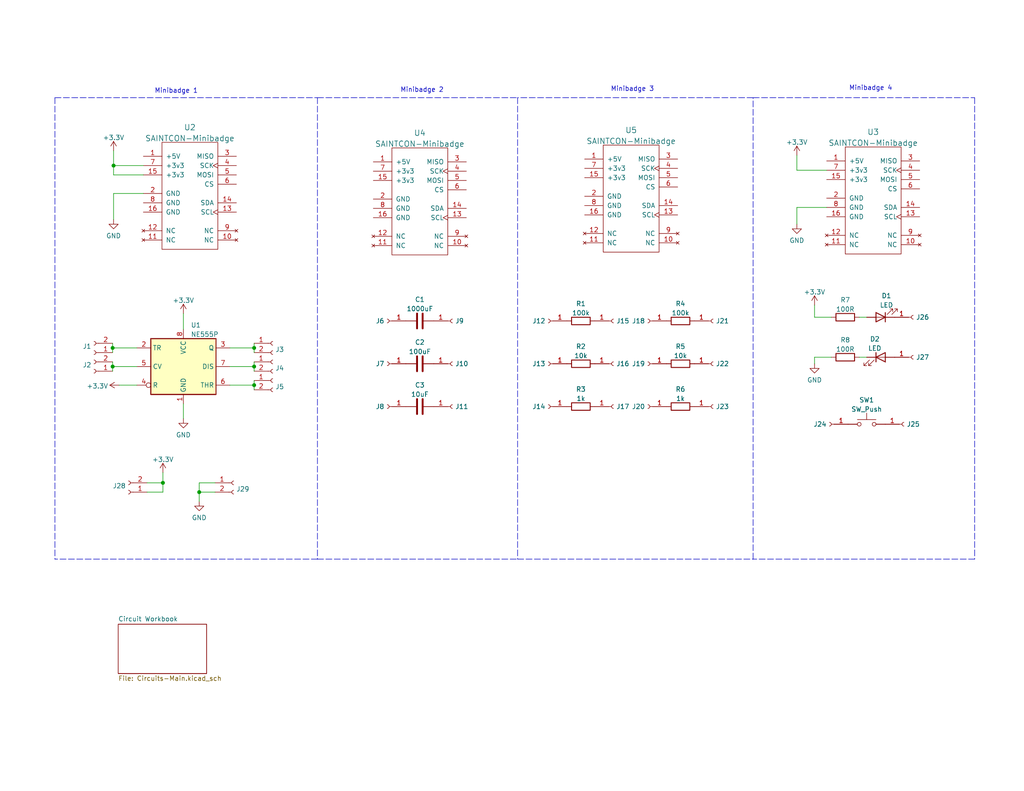
<source format=kicad_sch>
(kicad_sch (version 20211123) (generator eeschema)
  (paper "USLetter")
  (title_block (title "SAINTCON HHC MiniBadges 2022") (date "2022-09-26") (rev "v1.0") (company "@hamster"))
  (lib_symbols
    (symbol "Connector:Conn_01x01_Female" (pin_names (offset 1.016) hide)
      (property "Reference" "J" (at 0 2.54 0))
      (property "Value" "Conn_01x01_Female" (at 0 -2.54 0))
      (symbol "Conn_01x01_Female_1_1"
        (polyline (pts (xy -1.27 0) (xy -0.508 0)) (stroke (width 0.1524)))
        (arc (start 0 0.508) (mid -0.508 0) (end 0 -0.508) (stroke (width 0.1524)))
        (pin passive line (at -5.08 0 0) (length 3.81) (name "Pin_1") (number "1"))
      )
    )
    (symbol "Connector:Conn_01x02_Female" (pin_names (offset 1.016) hide)
      (property "Reference" "J" (at 0 2.54 0))
      (property "Value" "Conn_01x02_Female" (at 0 -5.08 0))
      (symbol "Conn_01x02_Female_1_1"
        (arc (start 0 -2.032) (mid -0.508 -2.54) (end 0 -3.048) (stroke (width 0.1524)))
        (polyline (pts (xy -1.27 -2.54) (xy -0.508 -2.54)) (stroke (width 0.1524)))
        (polyline (pts (xy -1.27 0) (xy -0.508 0)) (stroke (width 0.1524)))
        (arc (start 0 0.508) (mid -0.508 0) (end 0 -0.508) (stroke (width 0.1524)))
        (pin passive line (at -5.08 0 0) (length 3.81) (name "Pin_1") (number "1"))
        (pin passive line (at -5.08 -2.54 0) (length 3.81) (name "Pin_2") (number "2"))
      )
    )
    (symbol "Device:C" (pin_numbers hide) (pin_names (offset 0.254))
      (property "Reference" "C" (at 0.635 2.54 0))
      (property "Value" "C" (at 0.635 -2.54 0))
      (symbol "C_0_1"
        (polyline (pts (xy -2.032 -0.762) (xy 2.032 -0.762)) (stroke (width 0.508)))
        (polyline (pts (xy -2.032 0.762) (xy 2.032 0.762)) (stroke (width 0.508)))
      )
      (symbol "C_1_1"
        (pin passive line (at 0 3.81 270) (length 2.794) (name "~") (number "1"))
        (pin passive line (at 0 -3.81 90) (length 2.794) (name "~") (number "2"))
      )
    )
    (symbol "Device:LED" (pin_numbers hide) (pin_names (offset 1.016) hide)
      (property "Reference" "D" (at 0 2.54 0))
      (property "Value" "LED" (at 0 -2.54 0))
      (symbol "LED_0_1"
        (polyline (pts (xy -1.27 -1.27) (xy -1.27 1.27)) (stroke (width 0.254)))
        (polyline (pts (xy -1.27 0) (xy 1.27 0)))
        (polyline (pts (xy 1.27 -1.27) (xy 1.27 1.27) (xy -1.27 0) (xy 1.27 -1.27)) (stroke (width 0.254)))
        (polyline (pts (xy -3.048 -0.762) (xy -4.572 -2.286) (xy -3.81 -2.286) (xy -4.572 -2.286) (xy -4.572 -1.524)))
        (polyline (pts (xy -1.778 -0.762) (xy -3.302 -2.286) (xy -2.54 -2.286) (xy -3.302 -2.286) (xy -3.302 -1.524)))
      )
      (symbol "LED_1_1"
        (pin passive line (at -3.81 0 0) (length 2.54) (name "K") (number "1"))
        (pin passive line (at 3.81 0 180) (length 2.54) (name "A") (number "2"))
      )
    )
    (symbol "Device:R" (pin_numbers hide) (pin_names (offset 0))
      (property "Reference" "R" (at 2.032 0 90))
      (property "Value" "R" (at 0 0 90))
      (symbol "R_0_1"
        (rectangle (start -1.016 -2.54) (end 1.016 2.54) (stroke (width 0.254)))
      )
      (symbol "R_1_1"
        (pin passive line (at 0 3.81 270) (length 1.27) (name "~") (number "1"))
        (pin passive line (at 0 -3.81 90) (length 1.27) (name "~") (number "2"))
      )
    )
    (symbol "Switch:SW_Push" (pin_numbers hide) (pin_names (offset 1.016) hide)
      (property "Reference" "SW" (at 1.27 2.54 0))
      (property "Value" "SW_Push" (at 0 -1.524 0))
      (symbol "SW_Push_0_1"
        (circle (center -2.032 0) (radius 0.508))
        (polyline (pts (xy 0 1.27) (xy 0 3.048)))
        (polyline (pts (xy 2.54 1.27) (xy -2.54 1.27)))
        (circle (center 2.032 0) (radius 0.508))
        (pin passive line (at -5.08 0 0) (length 2.54) (name "1") (number "1"))
        (pin passive line (at 5.08 0 180) (length 2.54) (name "2") (number "2"))
      )
    )
    (symbol "Timer:NE555P"
      (property "Reference" "U" (at -10.16 8.89 0))
      (property "Value" "NE555P" (at 2.54 8.89 0))
      (symbol "NE555P_0_0"
        (pin power_in line (at 0 -10.16 90) (length 2.54) (name "GND") (number "1"))
        (pin power_in line (at 0 10.16 270) (length 2.54) (name "VCC") (number "8"))
      )
      (symbol "NE555P_0_1"
        (rectangle (start -8.89 -7.62) (end 8.89 7.62) (stroke (width 0.254)) (fill (type background)))
        (rectangle (start -8.89 -7.62) (end 8.89 7.62) (stroke (width 0.254)) (fill (type background)))
      )
      (symbol "NE555P_1_1"
        (pin input line (at -12.7 5.08 0) (length 3.81) (name "TR") (number "2"))
        (pin output line (at 12.7 5.08 180) (length 3.81) (name "Q") (number "3"))
        (pin input inverted (at -12.7 -5.08 0) (length 3.81) (name "R") (number "4"))
        (pin input line (at -12.7 0 0) (length 3.81) (name "CV") (number "5"))
        (pin input line (at 12.7 -5.08 180) (length 3.81) (name "THR") (number "6"))
        (pin input line (at 12.7 0 180) (length 3.81) (name "DIS") (number "7"))
      )
    )
    (symbol "power:+3.3V" (power) (pin_names (offset 0))
      (property "Value" "+3.3V" (at 0 3.556 0))
      (symbol "+3.3V_0_1"
        (polyline (pts (xy -0.762 1.27) (xy 0 2.54)))
        (polyline (pts (xy 0 0) (xy 0 2.54)))
        (polyline (pts (xy 0 2.54) (xy 0.762 1.27)))
      )
      (symbol "+3.3V_1_1"
        (pin power_in line (at 0 0 90) (length 0) hide (name "+3.3V") (number "1"))
      )
    )
    (symbol "power:GND" (power) (pin_names (offset 0))
      (property "Value" "GND" (at 0 -3.81 0))
      (symbol "GND_0_1"
        (polyline (pts (xy 0 0) (xy 0 -1.27) (xy 1.27 -1.27) (xy 0 -2.54) (xy -1.27 -1.27) (xy 0 -1.27)))
      )
      (symbol "GND_1_1"
        (pin power_in line (at 0 0 270) (length 0) hide (name "GND") (number "1"))
      )
    )
    (symbol "saintcon-minibadge:SAINTCON-Minibadge" (pin_names (offset 1.016))
      (property "Reference" "U" (at -6.35 11.43 0))
      (property "Value" "SAINTCON-Minibadge" (at 1.27 -20.32 0))
      (symbol "SAINTCON-Minibadge_0_1"
        (rectangle (start -7.62 10.16) (end 7.62 -19.05))
      )
      (symbol "SAINTCON-Minibadge_1_1"
        (pin power_in line (at -12.7 6.35 0) (length 5.08) (name "+5V") (number "1"))
        (pin no_connect line (at 12.7 -16.51 180) (length 5.08) (name "NC") (number "10"))
        (pin no_connect line (at -12.7 -16.51 0) (length 5.08) (name "NC") (number "11"))
        (pin no_connect line (at -12.7 -13.97 0) (length 5.08) (name "NC") (number "12"))
        (pin input clock (at 12.7 -8.89 180) (length 5.08) (name "SCL") (number "13"))
        (pin bidirectional line (at 12.7 -6.35 180) (length 5.08) (name "SDA") (number "14"))
        (pin power_in line (at -12.7 1.27 0) (length 5.08) (name "+3v3") (number "15"))
        (pin power_in line (at -12.7 -8.89 0) (length 5.08) (name "GND") (number "16"))
        (pin power_in line (at -12.7 -3.81 0) (length 5.08) (name "GND") (number "2"))
        (pin output line (at 12.7 6.35 180) (length 5.08) (name "MISO") (number "3"))
        (pin input clock (at 12.7 3.81 180) (length 5.08) (name "SCK") (number "4"))
        (pin input line (at 12.7 1.27 180) (length 5.08) (name "MOSI") (number "5"))
        (pin input line (at 12.7 -1.27 180) (length 5.08) (name "CS") (number "6"))
        (pin power_in line (at -12.7 3.81 0) (length 5.08) (name "+3v3") (number "7"))
        (pin power_in line (at -12.7 -6.35 0) (length 5.08) (name "GND") (number "8"))
        (pin no_connect line (at 12.7 -13.97 180) (length 5.08) (name "NC") (number "9"))
      )
    )
  )
  (junction (at 69.342 100.076))
  (junction (at 44.45 131.826))
  (junction (at 69.342 94.996))
  (junction (at 30.734 94.996))
  (junction (at 30.988 45.212))
  (junction (at 54.356 134.366))
  (junction (at 69.342 105.156))
  (junction (at 30.734 100.076))
  (wire (pts (xy 30.988 47.752) (xy 30.988 45.212)))
  (wire (pts (xy 30.988 52.832) (xy 30.988 59.944)))
  (wire (pts (xy 225.552 56.642) (xy 217.424 56.642)))
  (wire (pts (xy 30.734 94.996) (xy 30.734 93.726)))
  (polyline (pts (xy 14.986 26.67) (xy 14.986 152.654)))
  (polyline (pts (xy 265.938 26.67) (xy 265.938 152.654)))
  (wire (pts (xy 69.342 100.076) (xy 69.342 98.806)))
  (wire (pts (xy 30.988 45.212) (xy 39.116 45.212)))
  (wire (pts (xy 39.116 52.832) (xy 30.988 52.832)))
  (polyline (pts (xy 205.486 26.67) (xy 265.938 26.67)))
  (wire (pts (xy 30.734 100.076) (xy 30.734 101.346)))
  (wire (pts (xy 37.338 94.996) (xy 30.734 94.996)))
  (polyline (pts (xy 86.614 26.67) (xy 86.614 152.654)))
  (wire (pts (xy 54.356 134.366) (xy 58.674 134.366)))
  (wire (pts (xy 69.342 94.996) (xy 69.342 96.266)))
  (wire (pts (xy 39.116 47.752) (xy 30.988 47.752)))
  (wire (pts (xy 217.424 46.482) (xy 225.552 46.482)))
  (polyline (pts (xy 86.614 152.654) (xy 14.986 152.654)))
  (wire (pts (xy 234.442 97.536) (xy 236.474 97.536)))
  (polyline (pts (xy 265.938 152.654) (xy 205.486 152.654)))
  (polyline (pts (xy 14.986 26.67) (xy 86.614 26.67)))
  (wire (pts (xy 44.45 134.366) (xy 44.45 131.826)))
  (wire (pts (xy 69.342 105.156) (xy 69.342 106.426)))
  (wire (pts (xy 37.338 100.076) (xy 30.734 100.076)))
  (wire (pts (xy 54.356 134.366) (xy 54.356 136.906)))
  (wire (pts (xy 62.738 94.996) (xy 69.342 94.996)))
  (wire (pts (xy 234.442 86.614) (xy 236.474 86.614)))
  (wire (pts (xy 44.45 131.826) (xy 44.45 129.032)))
  (polyline (pts (xy 141.224 26.67) (xy 141.224 152.654)))
  (polyline (pts (xy 205.486 152.654) (xy 205.486 26.67)))
  (polyline (pts (xy 141.224 152.654) (xy 205.486 152.654)))
  (polyline (pts (xy 205.486 26.67) (xy 141.224 26.67)))
  (wire (pts (xy 40.132 134.366) (xy 44.45 134.366)))
  (wire (pts (xy 50.038 110.236) (xy 50.038 114.3)))
  (wire (pts (xy 32.512 105.156) (xy 37.338 105.156)))
  (wire (pts (xy 40.132 131.826) (xy 44.45 131.826)))
  (wire (pts (xy 69.342 100.076) (xy 69.342 101.346)))
  (polyline (pts (xy 86.614 26.67) (xy 141.224 26.67)))
  (wire (pts (xy 69.342 105.156) (xy 69.342 103.886)))
  (wire (pts (xy 62.738 105.156) (xy 69.342 105.156)))
  (wire (pts (xy 58.674 131.826) (xy 54.356 131.826)))
  (polyline (pts (xy 86.614 152.654) (xy 141.224 152.654)))
  (wire (pts (xy 50.038 85.598) (xy 50.038 89.916)))
  (wire (pts (xy 62.738 100.076) (xy 69.342 100.076)))
  (wire (pts (xy 226.822 86.614) (xy 222.25 86.614)))
  (wire (pts (xy 30.734 100.076) (xy 30.734 98.806)))
  (wire (pts (xy 222.25 86.614) (xy 222.25 83.312)))
  (wire (pts (xy 30.734 94.996) (xy 30.734 96.266)))
  (wire (pts (xy 226.822 97.536) (xy 222.25 97.536)))
  (wire (pts (xy 217.424 56.642) (xy 217.424 61.214)))
  (wire (pts (xy 54.356 131.826) (xy 54.356 134.366)))
  (wire (pts (xy 30.988 41.148) (xy 30.988 45.212)))
  (wire (pts (xy 222.25 97.536) (xy 222.25 99.314)))
  (wire (pts (xy 69.342 94.996) (xy 69.342 93.726)))
  (wire (pts (xy 217.424 42.418) (xy 217.424 46.482)))
  (text "Minibadge 4" (at 231.648 24.892 0) (effects (font (size 1.27 1.27)) (justify left bottom)))
  (text "Minibadge 3" (at 166.624 25.146 0) (effects (font (size 1.27 1.27)) (justify left bottom)))
  (text "Minibadge 2" (at 109.22 25.4 0) (effects (font (size 1.27 1.27)) (justify left bottom)))
  (text "Minibadge 1" (at 42.164 25.654 0) (effects (font (size 1.27 1.27)) (justify left bottom)))
  (symbol (lib_id "power:+3.3V") (at 50.038 85.598 0) (unit 1)
    (property "Reference" "#PWR0103" (effects hide))
    (property "Value" "+3.3V" (at 50.038 82.0222 0))
  )
  (symbol (lib_id "Device:R") (at 185.674 99.314 90) (unit 1)
    (property "Reference" "R5" (at 185.674 94.5982 90))
    (property "Value" "10k" (at 185.674 97.1351 90))
    (property "Footprint" "Resistor_THT:R_Axial_DIN0204_L3.6mm_D1.6mm_P2.54mm_Vertical" (effects hide))
  )
  (symbol (lib_id "Connector:Conn_01x01_Female") (at 176.784 87.63 180) (unit 1)
    (property "Reference" "J18" (at 176.022 87.63 0) (effects (justify left)))
    (property "Value" "Conn_01x01_Female" (effects hide))
    (property "Footprint" "Connector_PinSocket_2.54mm:PinSocket_1x01_P2.54mm_Vertical" (effects hide))
  )
  (symbol (lib_id "Connector:Conn_01x02_Female") (at 74.422 103.886 0) (unit 1)
    (property "Reference" "J5" (at 75.1332 105.5898 0) (effects (justify left)))
    (property "Value" "Conn_01x02_Female" (effects hide))
    (property "Footprint" "Connector_PinSocket_2.54mm:PinSocket_1x02_P2.54mm_Vertical" (effects hide))
  )
  (symbol (lib_id "Device:R") (at 158.496 87.63 90) (unit 1)
    (property "Reference" "R1" (at 158.496 82.9142 90))
    (property "Value" "100k" (at 158.496 85.4511 90))
    (property "Footprint" "Resistor_THT:R_Axial_DIN0204_L3.6mm_D1.6mm_P2.54mm_Vertical" (effects hide))
  )
  (symbol (lib_id "Connector:Conn_01x01_Female") (at 105.664 110.998 180) (unit 1)
    (property "Reference" "J8" (at 104.902 110.998 0) (effects (justify left)))
    (property "Value" "Conn_01x01_Female" (effects hide))
    (property "Footprint" "Connector_PinSocket_2.54mm:PinSocket_1x01_P2.54mm_Vertical" (effects hide))
  )
  (symbol (lib_id "Connector:Conn_01x01_Female") (at 194.564 87.63 0) (unit 1)
    (property "Reference" "J21" (at 195.326 87.63 0) (effects (justify left)))
    (property "Value" "Conn_01x01_Female" (effects hide))
    (property "Footprint" "Connector_PinSocket_2.54mm:PinSocket_1x01_P2.54mm_Vertical" (effects hide))
  )
  (symbol (lib_id "Connector:Conn_01x01_Female") (at 105.664 99.314 180) (unit 1)
    (property "Reference" "J7" (at 104.902 99.314 0) (effects (justify left)))
    (property "Value" "Conn_01x01_Female" (effects hide))
    (property "Footprint" "Connector_PinSocket_2.54mm:PinSocket_1x01_P2.54mm_Vertical" (effects hide))
  )
  (symbol (lib_id "Connector:Conn_01x01_Female") (at 167.386 87.63 0) (unit 1)
    (property "Reference" "J15" (at 168.148 87.63 0) (effects (justify left)))
    (property "Value" "Conn_01x01_Female" (effects hide))
    (property "Footprint" "Connector_PinSocket_2.54mm:PinSocket_1x01_P2.54mm_Vertical" (effects hide))
  )
  (symbol (lib_id "Device:R") (at 185.674 110.998 90) (unit 1)
    (property "Reference" "R6" (at 185.674 106.2822 90))
    (property "Value" "1k" (at 185.674 108.8191 90))
    (property "Footprint" "Resistor_THT:R_Axial_DIN0204_L3.6mm_D1.6mm_P2.54mm_Vertical" (effects hide))
  )
  (symbol (lib_id "Connector:Conn_01x01_Female") (at 249.174 86.614 0) (unit 1)
    (property "Reference" "J26" (at 249.936 86.614 0) (effects (justify left)))
    (property "Value" "Conn_01x01_Female" (effects hide))
    (property "Footprint" "Connector_PinSocket_2.54mm:PinSocket_1x01_P2.54mm_Vertical" (effects hide))
  )
  (symbol (lib_id "power:GND") (at 222.25 99.314 0) (unit 1)
    (property "Reference" "#PWR0111" (effects hide))
    (property "Value" "GND" (at 222.25 103.7574 0))
  )
  (symbol (lib_id "Device:R") (at 158.496 110.998 90) (unit 1)
    (property "Reference" "R3" (at 158.496 106.2822 90))
    (property "Value" "1k" (at 158.496 108.8191 90))
    (property "Footprint" "Resistor_THT:R_Axial_DIN0204_L3.6mm_D1.6mm_P2.54mm_Vertical" (effects hide))
  )
  (symbol (lib_id "Connector:Conn_01x01_Female") (at 194.564 110.998 0) (unit 1)
    (property "Reference" "J23" (at 195.326 110.998 0) (effects (justify left)))
    (property "Value" "Conn_01x01_Female" (effects hide))
    (property "Footprint" "Connector_PinSocket_2.54mm:PinSocket_1x01_P2.54mm_Vertical" (effects hide))
  )
  (symbol (lib_id "power:+3.3V") (at 222.25 83.312 0) (unit 1)
    (property "Reference" "#PWR0109" (effects hide))
    (property "Value" "+3.3V" (at 222.25 79.7362 0))
  )
  (symbol (lib_id "saintcon-minibadge:SAINTCON-Minibadge") (at 114.554 50.546 0) (unit 1)
    (property "Reference" "U4" (at 114.554 36.3019 0) (effects (font (size 1.524 1.524))))
    (property "Value" "SAINTCON-Minibadge" (at 114.554 39.2953 0) (effects (font (size 1.524 1.524))))
    (property "Footprint" "minibadge_kicad:SAINTCON-Minibadge-PowerOnly-Silk" (effects hide))
  )
  (symbol (lib_id "Connector:Conn_01x02_Female") (at 25.654 96.266 180) (unit 1)
    (property "Reference" "J1" (at 24.9428 94.5622 0) (effects (justify left)))
    (property "Value" "Conn_01x02_Female" (effects hide))
    (property "Footprint" "Connector_PinSocket_2.54mm:PinSocket_1x02_P2.54mm_Vertical" (effects hide))
  )
  (symbol (lib_id "Connector:Conn_01x01_Female") (at 149.606 87.63 180) (unit 1)
    (property "Reference" "J12" (at 148.844 87.63 0) (effects (justify left)))
    (property "Value" "Conn_01x01_Female" (effects hide))
    (property "Footprint" "Connector_PinSocket_2.54mm:PinSocket_1x01_P2.54mm_Vertical" (effects hide))
  )
  (symbol (lib_id "Connector:Conn_01x01_Female") (at 246.634 115.824 0) (unit 1)
    (property "Reference" "J25" (at 247.396 115.824 0) (effects (justify left)))
    (property "Value" "Conn_01x01_Female" (effects hide))
    (property "Footprint" "Connector_PinSocket_2.54mm:PinSocket_1x01_P2.54mm_Vertical" (effects hide))
  )
  (symbol (lib_id "Connector:Conn_01x01_Female") (at 194.564 99.314 0) (unit 1)
    (property "Reference" "J22" (at 195.326 99.314 0) (effects (justify left)))
    (property "Value" "Conn_01x01_Female" (effects hide))
    (property "Footprint" "Connector_PinSocket_2.54mm:PinSocket_1x01_P2.54mm_Vertical" (effects hide))
  )
  (symbol (lib_id "Connector:Conn_01x02_Female") (at 63.754 131.826 0) (unit 1)
    (property "Reference" "J29" (at 64.4652 133.5298 0) (effects (justify left)))
    (property "Value" "Conn_01x02_Female" (effects hide))
    (property "Footprint" "Connector_PinSocket_2.54mm:PinSocket_1x02_P2.54mm_Vertical" (effects hide))
  )
  (symbol (lib_id "Device:R") (at 230.632 97.536 90) (unit 1)
    (property "Reference" "R8" (at 230.632 92.8202 90))
    (property "Value" "100R" (at 230.632 95.3571 90))
    (property "Footprint" "Resistor_THT:R_Axial_DIN0204_L3.6mm_D1.6mm_P2.54mm_Vertical" (effects hide))
  )
  (symbol (lib_id "Connector:Conn_01x01_Female") (at 167.386 99.314 0) (unit 1)
    (property "Reference" "J16" (at 168.148 99.314 0) (effects (justify left)))
    (property "Value" "Conn_01x01_Female" (effects hide))
    (property "Footprint" "Connector_PinSocket_2.54mm:PinSocket_1x01_P2.54mm_Vertical" (effects hide))
  )
  (symbol (lib_id "power:GND") (at 30.988 59.944 0) (unit 1)
    (property "Reference" "#PWR0105" (effects hide))
    (property "Value" "GND" (at 30.988 64.3874 0))
  )
  (symbol (lib_id "saintcon-minibadge:SAINTCON-Minibadge") (at 51.816 49.022 0) (unit 1)
    (property "Reference" "U2" (at 51.816 34.7779 0) (effects (font (size 1.524 1.524))))
    (property "Value" "SAINTCON-Minibadge" (at 51.816 37.7713 0) (effects (font (size 1.524 1.524))))
    (property "Footprint" "minibadge_kicad:SAINTCON-Minibadge-PowerOnly-Silk" (effects hide))
  )
  (symbol (lib_id "Device:C") (at 114.554 110.998 90) (unit 1)
    (property "Reference" "C3" (at 114.554 105.1392 90))
    (property "Value" "10uF" (at 114.554 107.6761 90))
    (property "Footprint" "Capacitor_THT:C_Disc_D5.0mm_W2.5mm_P2.50mm" (effects hide))
  )
  (symbol (lib_id "power:+3.3V") (at 217.424 42.418 0) (unit 1)
    (property "Reference" "#PWR0106" (effects hide))
    (property "Value" "+3.3V" (at 217.424 38.8422 0))
  )
  (symbol (lib_id "power:+3.3V") (at 44.45 129.032 0) (unit 1)
    (property "Reference" "#PWR01" (effects hide))
    (property "Value" "+3.3V" (at 44.45 125.4562 0))
  )
  (symbol (lib_id "Connector:Conn_01x01_Female") (at 149.606 110.998 180) (unit 1)
    (property "Reference" "J14" (at 148.844 110.998 0) (effects (justify left)))
    (property "Value" "Conn_01x01_Female" (effects hide))
    (property "Footprint" "Connector_PinSocket_2.54mm:PinSocket_1x01_P2.54mm_Vertical" (effects hide))
  )
  (symbol (lib_id "power:GND") (at 50.038 114.3 0) (unit 1)
    (property "Reference" "#PWR0101" (effects hide))
    (property "Value" "GND" (at 50.038 118.7434 0))
  )
  (symbol (lib_id "power:GND") (at 54.356 136.906 0) (unit 1)
    (property "Reference" "#PWR02" (effects hide))
    (property "Value" "GND" (at 54.356 141.3494 0))
  )
  (symbol (lib_id "Device:C") (at 114.554 87.63 90) (unit 1)
    (property "Reference" "C1" (at 114.554 81.7712 90))
    (property "Value" "1000uF" (at 114.554 84.3081 90))
    (property "Footprint" "Capacitor_THT:CP_Radial_D8.0mm_P3.50mm" (effects hide))
  )
  (symbol (lib_id "Device:R") (at 230.632 86.614 90) (unit 1)
    (property "Reference" "R7" (at 230.632 81.8982 90))
    (property "Value" "100R" (at 230.632 84.4351 90))
    (property "Footprint" "Resistor_THT:R_Axial_DIN0204_L3.6mm_D1.6mm_P2.54mm_Vertical" (effects hide))
  )
  (symbol (lib_id "Connector:Conn_01x01_Female") (at 123.444 99.314 0) (unit 1)
    (property "Reference" "J10" (at 124.206 99.314 0) (effects (justify left)))
    (property "Value" "Conn_01x01_Female" (effects hide))
    (property "Footprint" "Connector_PinSocket_2.54mm:PinSocket_1x01_P2.54mm_Vertical" (effects hide))
  )
  (symbol (lib_id "Device:R") (at 158.496 99.314 90) (unit 1)
    (property "Reference" "R2" (at 158.496 94.5982 90))
    (property "Value" "10k" (at 158.496 97.1351 90))
    (property "Footprint" "Resistor_THT:R_Axial_DIN0204_L3.6mm_D1.6mm_P2.54mm_Vertical" (effects hide))
  )
  (symbol (lib_id "Connector:Conn_01x02_Female") (at 74.422 98.806 0) (unit 1)
    (property "Reference" "J4" (at 75.1332 100.5098 0) (effects (justify left)))
    (property "Value" "Conn_01x02_Female" (effects hide))
    (property "Footprint" "Connector_PinSocket_2.54mm:PinSocket_1x02_P2.54mm_Vertical" (effects hide))
  )
  (symbol (lib_id "Device:R") (at 185.674 87.63 90) (unit 1)
    (property "Reference" "R4" (at 185.674 82.9142 90))
    (property "Value" "100k" (at 185.674 85.4511 90))
    (property "Footprint" "Resistor_THT:R_Axial_DIN0204_L3.6mm_D1.6mm_P2.54mm_Vertical" (effects hide))
  )
  (symbol (lib_id "Switch:SW_Push") (at 236.474 115.824 0) (unit 1)
    (property "Reference" "SW1" (at 236.474 109.2032 0))
    (property "Value" "SW_Push" (at 236.474 111.7401 0))
    (property "Footprint" "Button_Switch_THT:SW_PUSH_6mm_H7.3mm" (effects hide))
  )
  (symbol (lib_id "Connector:Conn_01x01_Female") (at 123.444 87.63 0) (unit 1)
    (property "Reference" "J9" (at 124.206 87.63 0) (effects (justify left)))
    (property "Value" "Conn_01x01_Female" (effects hide))
    (property "Footprint" "Connector_PinSocket_2.54mm:PinSocket_1x01_P2.54mm_Vertical" (effects hide))
  )
  (symbol (lib_id "Connector:Conn_01x02_Female") (at 25.654 101.346 180) (unit 1)
    (property "Reference" "J2" (at 24.9428 99.6422 0) (effects (justify left)))
    (property "Value" "Conn_01x02_Female" (effects hide))
    (property "Footprint" "Connector_PinSocket_2.54mm:PinSocket_1x02_P2.54mm_Vertical" (effects hide))
  )
  (symbol (lib_id "Connector:Conn_01x02_Female") (at 74.422 93.726 0) (unit 1)
    (property "Reference" "J3" (at 75.1332 95.4298 0) (effects (justify left)))
    (property "Value" "Conn_01x02_Female" (effects hide))
    (property "Footprint" "Connector_PinSocket_2.54mm:PinSocket_1x02_P2.54mm_Vertical" (effects hide))
  )
  (symbol (lib_id "Connector:Conn_01x01_Female") (at 123.444 110.998 0) (unit 1)
    (property "Reference" "J11" (at 124.206 110.998 0) (effects (justify left)))
    (property "Value" "Conn_01x01_Female" (effects hide))
    (property "Footprint" "Connector_PinSocket_2.54mm:PinSocket_1x01_P2.54mm_Vertical" (effects hide))
  )
  (symbol (lib_id "Connector:Conn_01x01_Female") (at 249.174 97.536 0) (unit 1)
    (property "Reference" "J27" (at 249.936 97.536 0) (effects (justify left)))
    (property "Value" "Conn_01x01_Female" (effects hide))
    (property "Footprint" "Connector_PinSocket_2.54mm:PinSocket_1x01_P2.54mm_Vertical" (effects hide))
  )
  (symbol (lib_id "Connector:Conn_01x01_Female") (at 105.664 87.63 180) (unit 1)
    (property "Reference" "J6" (at 104.902 87.63 0) (effects (justify left)))
    (property "Value" "Conn_01x01_Female" (effects hide))
    (property "Footprint" "Connector_PinSocket_2.54mm:PinSocket_1x01_P2.54mm_Vertical" (effects hide))
  )
  (symbol (lib_id "Connector:Conn_01x01_Female") (at 226.314 115.824 180) (unit 1)
    (property "Reference" "J24" (at 225.552 115.824 0) (effects (justify left)))
    (property "Value" "Conn_01x01_Female" (effects hide))
    (property "Footprint" "Connector_PinSocket_2.54mm:PinSocket_1x01_P2.54mm_Vertical" (effects hide))
  )
  (symbol (lib_id "power:+3.3V") (at 32.512 105.156 90) (unit 1)
    (property "Reference" "#PWR0102" (effects hide))
    (property "Value" "+3.3V" (at 23.622 105.41 90) (effects (justify right)))
  )
  (symbol (lib_id "Connector:Conn_01x01_Female") (at 167.386 110.998 0) (unit 1)
    (property "Reference" "J17" (at 168.148 110.998 0) (effects (justify left)))
    (property "Value" "Conn_01x01_Female" (effects hide))
    (property "Footprint" "Connector_PinSocket_2.54mm:PinSocket_1x01_P2.54mm_Vertical" (effects hide))
  )
  (symbol (lib_id "Device:C") (at 114.554 99.314 90) (unit 1)
    (property "Reference" "C2" (at 114.554 93.4552 90))
    (property "Value" "100uF" (at 114.554 95.9921 90))
    (property "Footprint" "Capacitor_THT:CP_Radial_D5.0mm_P2.50mm" (effects hide))
  )
  (symbol (lib_id "Timer:NE555P") (at 50.038 100.076 0) (unit 1)
    (property "Reference" "U1" (at 52.0574 88.7562 0) (effects (justify left)))
    (property "Value" "NE555P" (at 52.0574 91.2931 0) (effects (justify left)))
    (property "Footprint" "Package_DIP:DIP-8_W7.62mm" (effects hide))
    (property "Datasheet" "http://www.ti.com/lit/ds/symlink/ne555.pdf" (effects hide))
  )
  (symbol (lib_id "power:GND") (at 217.424 61.214 0) (unit 1)
    (property "Reference" "#PWR0107" (effects hide))
    (property "Value" "GND" (at 217.424 65.6574 0))
  )
  (symbol (lib_id "Connector:Conn_01x01_Female") (at 176.784 99.314 180) (unit 1)
    (property "Reference" "J19" (at 176.022 99.314 0) (effects (justify left)))
    (property "Value" "Conn_01x01_Female" (effects hide))
    (property "Footprint" "Connector_PinSocket_2.54mm:PinSocket_1x01_P2.54mm_Vertical" (effects hide))
  )
  (symbol (lib_id "saintcon-minibadge:SAINTCON-Minibadge") (at 238.252 50.292 0) (unit 1)
    (property "Reference" "U3" (at 238.252 36.0479 0) (effects (font (size 1.524 1.524))))
    (property "Value" "SAINTCON-Minibadge" (at 238.252 39.0413 0) (effects (font (size 1.524 1.524))))
    (property "Footprint" "minibadge_kicad:SAINTCON-Minibadge-PowerOnly-Silk" (effects hide))
  )
  (symbol (lib_id "Connector:Conn_01x02_Female") (at 35.052 134.366 180) (unit 1)
    (property "Reference" "J28" (at 34.3408 132.6622 0) (effects (justify left)))
    (property "Value" "Conn_01x02_Female" (effects hide))
    (property "Footprint" "Connector_PinSocket_2.54mm:PinSocket_1x02_P2.54mm_Vertical" (effects hide))
  )
  (symbol (lib_id "Device:LED") (at 240.284 97.536 0) (unit 1)
    (property "Reference" "D2" (at 238.6965 92.5662 0))
    (property "Value" "LED" (at 238.6965 95.1031 0))
    (property "Footprint" "LED_THT:LED_D5.0mm" (effects hide))
  )
  (symbol (lib_id "Connector:Conn_01x01_Female") (at 149.606 99.314 180) (unit 1)
    (property "Reference" "J13" (at 148.844 99.314 0) (effects (justify left)))
    (property "Value" "Conn_01x01_Female" (effects hide))
    (property "Footprint" "Connector_PinSocket_2.54mm:PinSocket_1x01_P2.54mm_Vertical" (effects hide))
  )
  (symbol (lib_id "Connector:Conn_01x01_Female") (at 176.784 110.998 180) (unit 1)
    (property "Reference" "J20" (at 176.022 110.998 0) (effects (justify left)))
    (property "Value" "Conn_01x01_Female" (effects hide))
    (property "Footprint" "Connector_PinSocket_2.54mm:PinSocket_1x01_P2.54mm_Vertical" (effects hide))
  )
  (symbol (lib_id "power:+3.3V") (at 30.988 41.148 0) (unit 1)
    (property "Reference" "#PWR0104" (effects hide))
    (property "Value" "+3.3V" (at 30.988 37.5722 0))
  )
  (symbol (lib_id "Device:LED") (at 240.284 86.614 180) (unit 1)
    (property "Reference" "D1" (at 241.8715 80.7552 0))
    (property "Value" "LED" (at 241.8715 83.2921 0))
    (property "Footprint" "LED_THT:LED_D5.0mm" (effects hide))
  )
  (symbol (lib_id "saintcon-minibadge:SAINTCON-Minibadge") (at 172.212 49.784 0) (unit 1)
    (property "Reference" "U5" (at 172.212 35.5399 0) (effects (font (size 1.524 1.524))))
    (property "Value" "SAINTCON-Minibadge" (at 172.212 38.5333 0) (effects (font (size 1.524 1.524))))
    (property "Footprint" "minibadge_kicad:SAINTCON-Minibadge-PowerOnly-Silk" (effects hide))
  )
  (sheet (at 32.258 170.434) (size 24.13 13.462) (stroke (width 0.1524))
    (property "Sheet name" "Circuit Workbook" (at 32.258 169.7224 0) (effects (justify left bottom)))
    (property "Sheet file" "Circuits-Main.kicad_sch" (at 32.258 184.4806 0) (effects (justify left top)))
  )
)
</source>
